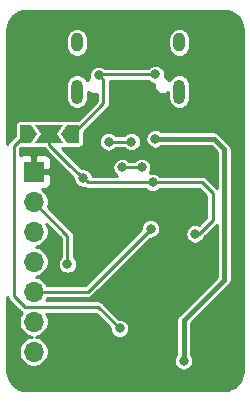
<source format=gbl>
G04 #@! TF.GenerationSoftware,KiCad,Pcbnew,(5.1.5)-3*
G04 #@! TF.CreationDate,2020-06-01T09:33:33-04:00*
G04 #@! TF.ProjectId,OpenUSB2Serial,4f70656e-5553-4423-9253-657269616c2e,rev?*
G04 #@! TF.SameCoordinates,Original*
G04 #@! TF.FileFunction,Copper,L2,Bot*
G04 #@! TF.FilePolarity,Positive*
%FSLAX46Y46*%
G04 Gerber Fmt 4.6, Leading zero omitted, Abs format (unit mm)*
G04 Created by KiCad (PCBNEW (5.1.5)-3) date 2020-06-01 09:33:33*
%MOMM*%
%LPD*%
G04 APERTURE LIST*
%ADD10O,1.700000X1.700000*%
%ADD11R,1.700000X1.700000*%
%ADD12C,0.100000*%
%ADD13O,1.000000X2.100000*%
%ADD14O,1.000000X1.600000*%
%ADD15C,0.800000*%
%ADD16C,0.250000*%
%ADD17C,0.400000*%
%ADD18C,0.254000*%
G04 APERTURE END LIST*
D10*
X103632000Y-94742000D03*
X103632000Y-92202000D03*
X103632000Y-89662000D03*
X103632000Y-87122000D03*
X103632000Y-84582000D03*
X103632000Y-82042000D03*
D11*
X103632000Y-79502000D03*
G04 #@! TA.AperFunction,SMDPad,CuDef*
D12*
G36*
X105950000Y-76300000D02*
G01*
X106450000Y-75550000D01*
X107450000Y-75550000D01*
X107450000Y-77050000D01*
X106450000Y-77050000D01*
X105950000Y-76300000D01*
G37*
G04 #@! TD.AperFunction*
G04 #@! TA.AperFunction,Conductor*
G36*
X105650000Y-76300000D02*
G01*
X106150000Y-77050000D01*
X103750000Y-77050000D01*
X104250000Y-76300000D01*
X103750000Y-75550000D01*
X106150000Y-75550000D01*
X105650000Y-76300000D01*
G37*
G04 #@! TD.AperFunction*
G04 #@! TA.AperFunction,SMDPad,CuDef*
G36*
X103950000Y-76300000D02*
G01*
X103450000Y-77050000D01*
X102450000Y-77050000D01*
X102450000Y-75550000D01*
X103450000Y-75550000D01*
X103950000Y-76300000D01*
G37*
G04 #@! TD.AperFunction*
D13*
X107326000Y-72726000D03*
X115966000Y-72726000D03*
D14*
X115966000Y-68546000D03*
X107326000Y-68546000D03*
D15*
X104700000Y-88350000D03*
X110908500Y-92758500D03*
X113919000Y-71247000D03*
X113919000Y-76708000D03*
X116332000Y-95504000D03*
X109135153Y-71349273D03*
X113538000Y-84328000D03*
X106491000Y-87311000D03*
X112776000Y-79121000D03*
X111125000Y-79121000D03*
X109982000Y-76962000D03*
X111896000Y-76953000D03*
X113700000Y-80400000D03*
X117300000Y-84750000D03*
X107818852Y-80031148D03*
D16*
X102900000Y-90950000D02*
X109100000Y-90950000D01*
X101950000Y-90000000D02*
X102900000Y-90950000D01*
X101950000Y-77300000D02*
X101950000Y-90000000D01*
X109100000Y-90950000D02*
X110908500Y-92758500D01*
X102950000Y-76300000D02*
X101950000Y-77300000D01*
X109535152Y-71749272D02*
X109135153Y-71349273D01*
X113919000Y-71247000D02*
X109237426Y-71247000D01*
X106950000Y-76300000D02*
X109535152Y-73714848D01*
X109535152Y-73714848D02*
X109535152Y-71749272D01*
X109237426Y-71247000D02*
X109135153Y-71349273D01*
D17*
X116332000Y-92075000D02*
X116332000Y-95504000D01*
X119761000Y-88646000D02*
X116332000Y-92075000D01*
X119761000Y-77597000D02*
X119761000Y-88646000D01*
X113919000Y-76708000D02*
X118872000Y-76708000D01*
X118872000Y-76708000D02*
X119761000Y-77597000D01*
D16*
X113538000Y-84328000D02*
X108204000Y-89662000D01*
X108204000Y-89662000D02*
X103632000Y-89662000D01*
X106491000Y-84901000D02*
X103632000Y-82042000D01*
X106491000Y-87311000D02*
X106491000Y-84901000D01*
X112776000Y-79121000D02*
X111125000Y-79121000D01*
X109991000Y-76953000D02*
X109982000Y-76962000D01*
X111896000Y-76953000D02*
X109991000Y-76953000D01*
X108200000Y-80400000D02*
X113700000Y-80400000D01*
X113700000Y-80400000D02*
X117900000Y-80400000D01*
X117900000Y-80400000D02*
X118800000Y-81300000D01*
X118800000Y-81300000D02*
X118800000Y-83550000D01*
X117600000Y-84750000D02*
X117300000Y-84750000D01*
X118800000Y-83550000D02*
X117600000Y-84750000D01*
X104950000Y-77200000D02*
X106650000Y-78900000D01*
X104950000Y-76300000D02*
X104950000Y-77200000D01*
X106650000Y-78900000D02*
X108200000Y-80400000D01*
D18*
G36*
X120067468Y-65889217D02*
G01*
X120362269Y-65978222D01*
X120634160Y-66122790D01*
X120872796Y-66317417D01*
X121069080Y-66554684D01*
X121215546Y-66825566D01*
X121306606Y-67119733D01*
X121341000Y-67446978D01*
X121341001Y-96370881D01*
X121308783Y-96699468D01*
X121219778Y-96994269D01*
X121075211Y-97266158D01*
X120880585Y-97504793D01*
X120643315Y-97701080D01*
X120372433Y-97847546D01*
X120078267Y-97938606D01*
X119751022Y-97973000D01*
X103019109Y-97973000D01*
X102690532Y-97940783D01*
X102395731Y-97851778D01*
X102123842Y-97707211D01*
X101885207Y-97512585D01*
X101688920Y-97275315D01*
X101542454Y-97004433D01*
X101451394Y-96710267D01*
X101417000Y-96383022D01*
X101417000Y-90144509D01*
X101437552Y-90212262D01*
X101488809Y-90308157D01*
X101488810Y-90308158D01*
X101557790Y-90392211D01*
X101578852Y-90409496D01*
X102490504Y-91321149D01*
X102507789Y-91342211D01*
X102591842Y-91411191D01*
X102615955Y-91424080D01*
X102500337Y-91597114D01*
X102404074Y-91829513D01*
X102355000Y-92076226D01*
X102355000Y-92327774D01*
X102404074Y-92574487D01*
X102500337Y-92806886D01*
X102640089Y-93016040D01*
X102817960Y-93193911D01*
X103027114Y-93333663D01*
X103259513Y-93429926D01*
X103471034Y-93472000D01*
X103259513Y-93514074D01*
X103027114Y-93610337D01*
X102817960Y-93750089D01*
X102640089Y-93927960D01*
X102500337Y-94137114D01*
X102404074Y-94369513D01*
X102355000Y-94616226D01*
X102355000Y-94867774D01*
X102404074Y-95114487D01*
X102500337Y-95346886D01*
X102640089Y-95556040D01*
X102817960Y-95733911D01*
X103027114Y-95873663D01*
X103259513Y-95969926D01*
X103506226Y-96019000D01*
X103757774Y-96019000D01*
X104004487Y-95969926D01*
X104236886Y-95873663D01*
X104446040Y-95733911D01*
X104623911Y-95556040D01*
X104763663Y-95346886D01*
X104859926Y-95114487D01*
X104909000Y-94867774D01*
X104909000Y-94616226D01*
X104859926Y-94369513D01*
X104763663Y-94137114D01*
X104623911Y-93927960D01*
X104446040Y-93750089D01*
X104236886Y-93610337D01*
X104004487Y-93514074D01*
X103792966Y-93472000D01*
X104004487Y-93429926D01*
X104236886Y-93333663D01*
X104446040Y-93193911D01*
X104623911Y-93016040D01*
X104763663Y-92806886D01*
X104859926Y-92574487D01*
X104909000Y-92327774D01*
X104909000Y-92076226D01*
X104859926Y-91829513D01*
X104763663Y-91597114D01*
X104700110Y-91502000D01*
X108871356Y-91502000D01*
X110081500Y-92712146D01*
X110081500Y-92839952D01*
X110113282Y-92999727D01*
X110175623Y-93150231D01*
X110266128Y-93285681D01*
X110381319Y-93400872D01*
X110516769Y-93491377D01*
X110667273Y-93553718D01*
X110827048Y-93585500D01*
X110989952Y-93585500D01*
X111149727Y-93553718D01*
X111300231Y-93491377D01*
X111435681Y-93400872D01*
X111550872Y-93285681D01*
X111641377Y-93150231D01*
X111703718Y-92999727D01*
X111735500Y-92839952D01*
X111735500Y-92677048D01*
X111703718Y-92517273D01*
X111641377Y-92366769D01*
X111550872Y-92231319D01*
X111435681Y-92116128D01*
X111300231Y-92025623D01*
X111149727Y-91963282D01*
X110989952Y-91931500D01*
X110862146Y-91931500D01*
X109509500Y-90578856D01*
X109492211Y-90557789D01*
X109408158Y-90488809D01*
X109312263Y-90437552D01*
X109208211Y-90405988D01*
X109127109Y-90398000D01*
X109127106Y-90398000D01*
X109100000Y-90395330D01*
X109072894Y-90398000D01*
X104676056Y-90398000D01*
X104763663Y-90266886D01*
X104785569Y-90214000D01*
X108176894Y-90214000D01*
X108204000Y-90216670D01*
X108231106Y-90214000D01*
X108231109Y-90214000D01*
X108312211Y-90206012D01*
X108416263Y-90174448D01*
X108512158Y-90123191D01*
X108596211Y-90054211D01*
X108613501Y-90033143D01*
X113491646Y-85155000D01*
X113619452Y-85155000D01*
X113779227Y-85123218D01*
X113929731Y-85060877D01*
X114065181Y-84970372D01*
X114180372Y-84855181D01*
X114270877Y-84719731D01*
X114333218Y-84569227D01*
X114365000Y-84409452D01*
X114365000Y-84246548D01*
X114333218Y-84086773D01*
X114270877Y-83936269D01*
X114180372Y-83800819D01*
X114065181Y-83685628D01*
X113929731Y-83595123D01*
X113779227Y-83532782D01*
X113619452Y-83501000D01*
X113456548Y-83501000D01*
X113296773Y-83532782D01*
X113146269Y-83595123D01*
X113010819Y-83685628D01*
X112895628Y-83800819D01*
X112805123Y-83936269D01*
X112742782Y-84086773D01*
X112711000Y-84246548D01*
X112711000Y-84374354D01*
X107975356Y-89110000D01*
X104785569Y-89110000D01*
X104763663Y-89057114D01*
X104623911Y-88847960D01*
X104446040Y-88670089D01*
X104236886Y-88530337D01*
X104004487Y-88434074D01*
X103792966Y-88392000D01*
X104004487Y-88349926D01*
X104236886Y-88253663D01*
X104446040Y-88113911D01*
X104623911Y-87936040D01*
X104763663Y-87726886D01*
X104859926Y-87494487D01*
X104909000Y-87247774D01*
X104909000Y-86996226D01*
X104859926Y-86749513D01*
X104763663Y-86517114D01*
X104623911Y-86307960D01*
X104446040Y-86130089D01*
X104236886Y-85990337D01*
X104004487Y-85894074D01*
X103792966Y-85852000D01*
X104004487Y-85809926D01*
X104236886Y-85713663D01*
X104446040Y-85573911D01*
X104623911Y-85396040D01*
X104763663Y-85186886D01*
X104859926Y-84954487D01*
X104909000Y-84707774D01*
X104909000Y-84456226D01*
X104859926Y-84209513D01*
X104763663Y-83977114D01*
X104717740Y-83908385D01*
X105939001Y-85129647D01*
X105939000Y-86693447D01*
X105848628Y-86783819D01*
X105758123Y-86919269D01*
X105695782Y-87069773D01*
X105664000Y-87229548D01*
X105664000Y-87392452D01*
X105695782Y-87552227D01*
X105758123Y-87702731D01*
X105848628Y-87838181D01*
X105963819Y-87953372D01*
X106099269Y-88043877D01*
X106249773Y-88106218D01*
X106409548Y-88138000D01*
X106572452Y-88138000D01*
X106732227Y-88106218D01*
X106882731Y-88043877D01*
X107018181Y-87953372D01*
X107133372Y-87838181D01*
X107223877Y-87702731D01*
X107286218Y-87552227D01*
X107318000Y-87392452D01*
X107318000Y-87229548D01*
X107286218Y-87069773D01*
X107223877Y-86919269D01*
X107133372Y-86783819D01*
X107043000Y-86693447D01*
X107043000Y-84928108D01*
X107045670Y-84901000D01*
X107041456Y-84858210D01*
X107035012Y-84792789D01*
X107003448Y-84688737D01*
X106952191Y-84592842D01*
X106883211Y-84508789D01*
X106862154Y-84491508D01*
X104838019Y-82467375D01*
X104859926Y-82414487D01*
X104909000Y-82167774D01*
X104909000Y-81916226D01*
X104859926Y-81669513D01*
X104763663Y-81437114D01*
X104623911Y-81227960D01*
X104446040Y-81050089D01*
X104355185Y-80989382D01*
X104482000Y-80990072D01*
X104606482Y-80977812D01*
X104726180Y-80941502D01*
X104836494Y-80882537D01*
X104933185Y-80803185D01*
X105012537Y-80706494D01*
X105071502Y-80596180D01*
X105107812Y-80476482D01*
X105120072Y-80352000D01*
X105117000Y-79787750D01*
X104958250Y-79629000D01*
X103759000Y-79629000D01*
X103759000Y-79649000D01*
X103505000Y-79649000D01*
X103505000Y-79629000D01*
X103485000Y-79629000D01*
X103485000Y-79375000D01*
X103505000Y-79375000D01*
X103505000Y-78175750D01*
X103759000Y-78175750D01*
X103759000Y-79375000D01*
X104958250Y-79375000D01*
X105117000Y-79216250D01*
X105120072Y-78652000D01*
X105107812Y-78527518D01*
X105071502Y-78407820D01*
X105012537Y-78297506D01*
X104933185Y-78200815D01*
X104836494Y-78121463D01*
X104726180Y-78062498D01*
X104606482Y-78026188D01*
X104482000Y-78013928D01*
X103917750Y-78017000D01*
X103759000Y-78175750D01*
X103505000Y-78175750D01*
X103346250Y-78017000D01*
X102782000Y-78013928D01*
X102657518Y-78026188D01*
X102537820Y-78062498D01*
X102502000Y-78081644D01*
X102502000Y-77528644D01*
X102551578Y-77479066D01*
X103450000Y-77479066D01*
X103534147Y-77470734D01*
X103599952Y-77450697D01*
X103666293Y-77470822D01*
X103750000Y-77479066D01*
X104473260Y-77479066D01*
X104487122Y-77505000D01*
X104488810Y-77508158D01*
X104557790Y-77592211D01*
X104578852Y-77609496D01*
X106243718Y-79274364D01*
X106246647Y-79277816D01*
X106262861Y-79293507D01*
X106278845Y-79309491D01*
X106282351Y-79312368D01*
X106991852Y-79998982D01*
X106991852Y-80112600D01*
X107023634Y-80272375D01*
X107085975Y-80422879D01*
X107176480Y-80558329D01*
X107291671Y-80673520D01*
X107427121Y-80764025D01*
X107577625Y-80826366D01*
X107737400Y-80858148D01*
X107888134Y-80858148D01*
X107891842Y-80861191D01*
X107895865Y-80863342D01*
X107899442Y-80866180D01*
X107943792Y-80888959D01*
X107987737Y-80912448D01*
X107992104Y-80913773D01*
X107996164Y-80915858D01*
X108044078Y-80929539D01*
X108091789Y-80944012D01*
X108096334Y-80944460D01*
X108100720Y-80945712D01*
X108150364Y-80949781D01*
X108172891Y-80952000D01*
X108177432Y-80952000D01*
X108209091Y-80954595D01*
X108231641Y-80952000D01*
X113082447Y-80952000D01*
X113172819Y-81042372D01*
X113308269Y-81132877D01*
X113458773Y-81195218D01*
X113618548Y-81227000D01*
X113781452Y-81227000D01*
X113941227Y-81195218D01*
X114091731Y-81132877D01*
X114227181Y-81042372D01*
X114317553Y-80952000D01*
X117671356Y-80952000D01*
X118248000Y-81528646D01*
X118248001Y-83321353D01*
X117593091Y-83976265D01*
X117541227Y-83954782D01*
X117381452Y-83923000D01*
X117218548Y-83923000D01*
X117058773Y-83954782D01*
X116908269Y-84017123D01*
X116772819Y-84107628D01*
X116657628Y-84222819D01*
X116567123Y-84358269D01*
X116504782Y-84508773D01*
X116473000Y-84668548D01*
X116473000Y-84831452D01*
X116504782Y-84991227D01*
X116567123Y-85141731D01*
X116657628Y-85277181D01*
X116772819Y-85392372D01*
X116908269Y-85482877D01*
X117058773Y-85545218D01*
X117218548Y-85577000D01*
X117381452Y-85577000D01*
X117541227Y-85545218D01*
X117691731Y-85482877D01*
X117827181Y-85392372D01*
X117942372Y-85277181D01*
X118032877Y-85141731D01*
X118063964Y-85066680D01*
X119134001Y-83996645D01*
X119134001Y-88386287D01*
X115910427Y-91609862D01*
X115886499Y-91629499D01*
X115808147Y-91724973D01*
X115749925Y-91833898D01*
X115720318Y-91931500D01*
X115714073Y-91952088D01*
X115701967Y-92075000D01*
X115705000Y-92105794D01*
X115705001Y-94961446D01*
X115689628Y-94976819D01*
X115599123Y-95112269D01*
X115536782Y-95262773D01*
X115505000Y-95422548D01*
X115505000Y-95585452D01*
X115536782Y-95745227D01*
X115599123Y-95895731D01*
X115689628Y-96031181D01*
X115804819Y-96146372D01*
X115940269Y-96236877D01*
X116090773Y-96299218D01*
X116250548Y-96331000D01*
X116413452Y-96331000D01*
X116573227Y-96299218D01*
X116723731Y-96236877D01*
X116859181Y-96146372D01*
X116974372Y-96031181D01*
X117064877Y-95895731D01*
X117127218Y-95745227D01*
X117159000Y-95585452D01*
X117159000Y-95422548D01*
X117127218Y-95262773D01*
X117064877Y-95112269D01*
X116974372Y-94976819D01*
X116959000Y-94961447D01*
X116959000Y-92334711D01*
X120182578Y-89111134D01*
X120206501Y-89091501D01*
X120284853Y-88996028D01*
X120343075Y-88887103D01*
X120378927Y-88768913D01*
X120388000Y-88676794D01*
X120388000Y-88676793D01*
X120391033Y-88646001D01*
X120388000Y-88615209D01*
X120388000Y-77627794D01*
X120391033Y-77597000D01*
X120378927Y-77474087D01*
X120360173Y-77412262D01*
X120343075Y-77355897D01*
X120284853Y-77246972D01*
X120206501Y-77151499D01*
X120182579Y-77131867D01*
X119337138Y-76286427D01*
X119317501Y-76262499D01*
X119222028Y-76184147D01*
X119113103Y-76125925D01*
X118994913Y-76090073D01*
X118902794Y-76081000D01*
X118872000Y-76077967D01*
X118841206Y-76081000D01*
X114461553Y-76081000D01*
X114446181Y-76065628D01*
X114310731Y-75975123D01*
X114160227Y-75912782D01*
X114000452Y-75881000D01*
X113837548Y-75881000D01*
X113677773Y-75912782D01*
X113527269Y-75975123D01*
X113391819Y-76065628D01*
X113276628Y-76180819D01*
X113186123Y-76316269D01*
X113123782Y-76466773D01*
X113092000Y-76626548D01*
X113092000Y-76789452D01*
X113123782Y-76949227D01*
X113186123Y-77099731D01*
X113276628Y-77235181D01*
X113391819Y-77350372D01*
X113527269Y-77440877D01*
X113677773Y-77503218D01*
X113837548Y-77535000D01*
X114000452Y-77535000D01*
X114160227Y-77503218D01*
X114310731Y-77440877D01*
X114446181Y-77350372D01*
X114461553Y-77335000D01*
X118612289Y-77335000D01*
X119134000Y-77856712D01*
X119134000Y-80853354D01*
X118309500Y-80028856D01*
X118292211Y-80007789D01*
X118208158Y-79938809D01*
X118112263Y-79887552D01*
X118008211Y-79855988D01*
X117927109Y-79848000D01*
X117927106Y-79848000D01*
X117900000Y-79845330D01*
X117872894Y-79848000D01*
X114317553Y-79848000D01*
X114227181Y-79757628D01*
X114091731Y-79667123D01*
X113941227Y-79604782D01*
X113781452Y-79573000D01*
X113618548Y-79573000D01*
X113458773Y-79604782D01*
X113443007Y-79611313D01*
X113508877Y-79512731D01*
X113571218Y-79362227D01*
X113603000Y-79202452D01*
X113603000Y-79039548D01*
X113571218Y-78879773D01*
X113508877Y-78729269D01*
X113418372Y-78593819D01*
X113303181Y-78478628D01*
X113167731Y-78388123D01*
X113017227Y-78325782D01*
X112857452Y-78294000D01*
X112694548Y-78294000D01*
X112534773Y-78325782D01*
X112384269Y-78388123D01*
X112248819Y-78478628D01*
X112158447Y-78569000D01*
X111742553Y-78569000D01*
X111652181Y-78478628D01*
X111516731Y-78388123D01*
X111366227Y-78325782D01*
X111206452Y-78294000D01*
X111043548Y-78294000D01*
X110883773Y-78325782D01*
X110733269Y-78388123D01*
X110597819Y-78478628D01*
X110482628Y-78593819D01*
X110392123Y-78729269D01*
X110329782Y-78879773D01*
X110298000Y-79039548D01*
X110298000Y-79202452D01*
X110329782Y-79362227D01*
X110392123Y-79512731D01*
X110482628Y-79648181D01*
X110597819Y-79763372D01*
X110724473Y-79848000D01*
X108625623Y-79848000D01*
X108614070Y-79789921D01*
X108551729Y-79639417D01*
X108461224Y-79503967D01*
X108346033Y-79388776D01*
X108210583Y-79298271D01*
X108060079Y-79235930D01*
X107900304Y-79204148D01*
X107758049Y-79204148D01*
X107037145Y-78506499D01*
X106009711Y-77479066D01*
X106150000Y-77479066D01*
X106233266Y-77470909D01*
X106300050Y-77450727D01*
X106366293Y-77470822D01*
X106450000Y-77479066D01*
X107450000Y-77479066D01*
X107533707Y-77470822D01*
X107614196Y-77446405D01*
X107688376Y-77406755D01*
X107753395Y-77353395D01*
X107806755Y-77288376D01*
X107846405Y-77214196D01*
X107870822Y-77133707D01*
X107879066Y-77050000D01*
X107879066Y-76880548D01*
X109155000Y-76880548D01*
X109155000Y-77043452D01*
X109186782Y-77203227D01*
X109249123Y-77353731D01*
X109339628Y-77489181D01*
X109454819Y-77604372D01*
X109590269Y-77694877D01*
X109740773Y-77757218D01*
X109900548Y-77789000D01*
X110063452Y-77789000D01*
X110223227Y-77757218D01*
X110373731Y-77694877D01*
X110509181Y-77604372D01*
X110608553Y-77505000D01*
X111278447Y-77505000D01*
X111368819Y-77595372D01*
X111504269Y-77685877D01*
X111654773Y-77748218D01*
X111814548Y-77780000D01*
X111977452Y-77780000D01*
X112137227Y-77748218D01*
X112287731Y-77685877D01*
X112423181Y-77595372D01*
X112538372Y-77480181D01*
X112628877Y-77344731D01*
X112691218Y-77194227D01*
X112723000Y-77034452D01*
X112723000Y-76871548D01*
X112691218Y-76711773D01*
X112628877Y-76561269D01*
X112538372Y-76425819D01*
X112423181Y-76310628D01*
X112287731Y-76220123D01*
X112137227Y-76157782D01*
X111977452Y-76126000D01*
X111814548Y-76126000D01*
X111654773Y-76157782D01*
X111504269Y-76220123D01*
X111368819Y-76310628D01*
X111278447Y-76401000D01*
X110590553Y-76401000D01*
X110509181Y-76319628D01*
X110373731Y-76229123D01*
X110223227Y-76166782D01*
X110063452Y-76135000D01*
X109900548Y-76135000D01*
X109740773Y-76166782D01*
X109590269Y-76229123D01*
X109454819Y-76319628D01*
X109339628Y-76434819D01*
X109249123Y-76570269D01*
X109186782Y-76720773D01*
X109155000Y-76880548D01*
X107879066Y-76880548D01*
X107879066Y-76151578D01*
X109906301Y-74124344D01*
X109927363Y-74107059D01*
X109996343Y-74023006D01*
X110047600Y-73927111D01*
X110079164Y-73823059D01*
X110087152Y-73741957D01*
X110087152Y-73741955D01*
X110089822Y-73714849D01*
X110087152Y-73687743D01*
X110087152Y-71799000D01*
X113301447Y-71799000D01*
X113391819Y-71889372D01*
X113527269Y-71979877D01*
X113677773Y-72042218D01*
X113795210Y-72065578D01*
X113784000Y-72121934D01*
X113784000Y-72270066D01*
X113812899Y-72415350D01*
X113869586Y-72552206D01*
X113951883Y-72675372D01*
X114056628Y-72780117D01*
X114179794Y-72862414D01*
X114316650Y-72919101D01*
X114461934Y-72948000D01*
X114610066Y-72948000D01*
X114755350Y-72919101D01*
X114892206Y-72862414D01*
X115015372Y-72780117D01*
X115039000Y-72756489D01*
X115039000Y-73321537D01*
X115052413Y-73457723D01*
X115105420Y-73632463D01*
X115191499Y-73793504D01*
X115307341Y-73934659D01*
X115448495Y-74050501D01*
X115609536Y-74136580D01*
X115784276Y-74189587D01*
X115966000Y-74207485D01*
X116147723Y-74189587D01*
X116322463Y-74136580D01*
X116483504Y-74050501D01*
X116624659Y-73934659D01*
X116740501Y-73793505D01*
X116826580Y-73632464D01*
X116879587Y-73457724D01*
X116893000Y-73321538D01*
X116893000Y-72130462D01*
X116879587Y-71994276D01*
X116826580Y-71819536D01*
X116740501Y-71658495D01*
X116624659Y-71517341D01*
X116483505Y-71401499D01*
X116322464Y-71315420D01*
X116147724Y-71262413D01*
X115966000Y-71244515D01*
X115784277Y-71262413D01*
X115609537Y-71315420D01*
X115448496Y-71401499D01*
X115307342Y-71517341D01*
X115191500Y-71658495D01*
X115142512Y-71750144D01*
X115120117Y-71716628D01*
X115015372Y-71611883D01*
X114892206Y-71529586D01*
X114755350Y-71472899D01*
X114718716Y-71465612D01*
X114746000Y-71328452D01*
X114746000Y-71165548D01*
X114714218Y-71005773D01*
X114651877Y-70855269D01*
X114561372Y-70719819D01*
X114446181Y-70604628D01*
X114310731Y-70514123D01*
X114160227Y-70451782D01*
X114000452Y-70420000D01*
X113837548Y-70420000D01*
X113677773Y-70451782D01*
X113527269Y-70514123D01*
X113391819Y-70604628D01*
X113301447Y-70695000D01*
X109644523Y-70695000D01*
X109526884Y-70616396D01*
X109376380Y-70554055D01*
X109216605Y-70522273D01*
X109053701Y-70522273D01*
X108893926Y-70554055D01*
X108743422Y-70616396D01*
X108607972Y-70706901D01*
X108492781Y-70822092D01*
X108402276Y-70957542D01*
X108339935Y-71108046D01*
X108308153Y-71267821D01*
X108308153Y-71430725D01*
X108336262Y-71572037D01*
X108276628Y-71611883D01*
X108171883Y-71716628D01*
X108149489Y-71750144D01*
X108100501Y-71658495D01*
X107984659Y-71517341D01*
X107843505Y-71401499D01*
X107682464Y-71315420D01*
X107507724Y-71262413D01*
X107326000Y-71244515D01*
X107144277Y-71262413D01*
X106969537Y-71315420D01*
X106808496Y-71401499D01*
X106667342Y-71517341D01*
X106551500Y-71658495D01*
X106465421Y-71819536D01*
X106412414Y-71994276D01*
X106399001Y-72130462D01*
X106399000Y-73321537D01*
X106412413Y-73457723D01*
X106465420Y-73632463D01*
X106551499Y-73793504D01*
X106667341Y-73934659D01*
X106808495Y-74050501D01*
X106969536Y-74136580D01*
X107144276Y-74189587D01*
X107326000Y-74207485D01*
X107507723Y-74189587D01*
X107682463Y-74136580D01*
X107843504Y-74050501D01*
X107984659Y-73934659D01*
X108100501Y-73793505D01*
X108186580Y-73632464D01*
X108239587Y-73457724D01*
X108253000Y-73321538D01*
X108253000Y-72756489D01*
X108276628Y-72780117D01*
X108399794Y-72862414D01*
X108536650Y-72919101D01*
X108681934Y-72948000D01*
X108830066Y-72948000D01*
X108975350Y-72919101D01*
X108983152Y-72915869D01*
X108983152Y-73486203D01*
X107348422Y-75120934D01*
X106450000Y-75120934D01*
X106365853Y-75129266D01*
X106300048Y-75149303D01*
X106233707Y-75129178D01*
X106150000Y-75120934D01*
X103750000Y-75120934D01*
X103666734Y-75129091D01*
X103599950Y-75149273D01*
X103533707Y-75129178D01*
X103450000Y-75120934D01*
X102450000Y-75120934D01*
X102366293Y-75129178D01*
X102285804Y-75153595D01*
X102211624Y-75193245D01*
X102146605Y-75246605D01*
X102093245Y-75311624D01*
X102053595Y-75385804D01*
X102029178Y-75466293D01*
X102020934Y-75550000D01*
X102020934Y-76448421D01*
X101578856Y-76890500D01*
X101557789Y-76907789D01*
X101488809Y-76991842D01*
X101437552Y-77087738D01*
X101417000Y-77155488D01*
X101417000Y-68200462D01*
X106399000Y-68200462D01*
X106399000Y-68891537D01*
X106412413Y-69027723D01*
X106465420Y-69202463D01*
X106551499Y-69363504D01*
X106667341Y-69504659D01*
X106808495Y-69620501D01*
X106969536Y-69706580D01*
X107144276Y-69759587D01*
X107326000Y-69777485D01*
X107507723Y-69759587D01*
X107682463Y-69706580D01*
X107843504Y-69620501D01*
X107984659Y-69504659D01*
X108100501Y-69363505D01*
X108186580Y-69202464D01*
X108239587Y-69027724D01*
X108253000Y-68891538D01*
X108253000Y-68200462D01*
X115039000Y-68200462D01*
X115039000Y-68891537D01*
X115052413Y-69027723D01*
X115105420Y-69202463D01*
X115191499Y-69363504D01*
X115307341Y-69504659D01*
X115448495Y-69620501D01*
X115609536Y-69706580D01*
X115784276Y-69759587D01*
X115966000Y-69777485D01*
X116147723Y-69759587D01*
X116322463Y-69706580D01*
X116483504Y-69620501D01*
X116624659Y-69504659D01*
X116740501Y-69363505D01*
X116826580Y-69202464D01*
X116879587Y-69027724D01*
X116893000Y-68891538D01*
X116893000Y-68200462D01*
X116879587Y-68064276D01*
X116826580Y-67889536D01*
X116740501Y-67728495D01*
X116624659Y-67587341D01*
X116483505Y-67471499D01*
X116322464Y-67385420D01*
X116147724Y-67332413D01*
X115966000Y-67314515D01*
X115784277Y-67332413D01*
X115609537Y-67385420D01*
X115448496Y-67471499D01*
X115307342Y-67587341D01*
X115191500Y-67728495D01*
X115105421Y-67889536D01*
X115052413Y-68064276D01*
X115039000Y-68200462D01*
X108253000Y-68200462D01*
X108239587Y-68064276D01*
X108186580Y-67889536D01*
X108100501Y-67728495D01*
X107984659Y-67587341D01*
X107843505Y-67471499D01*
X107682464Y-67385420D01*
X107507724Y-67332413D01*
X107326000Y-67314515D01*
X107144277Y-67332413D01*
X106969537Y-67385420D01*
X106808496Y-67471499D01*
X106667342Y-67587341D01*
X106551500Y-67728495D01*
X106465421Y-67889536D01*
X106412413Y-68064276D01*
X106399000Y-68200462D01*
X101417000Y-68200462D01*
X101417000Y-67459108D01*
X101449217Y-67130532D01*
X101538222Y-66835731D01*
X101682790Y-66563840D01*
X101877417Y-66325204D01*
X102114684Y-66128920D01*
X102385566Y-65982454D01*
X102679733Y-65891394D01*
X103006978Y-65857000D01*
X119738892Y-65857000D01*
X120067468Y-65889217D01*
G37*
X120067468Y-65889217D02*
X120362269Y-65978222D01*
X120634160Y-66122790D01*
X120872796Y-66317417D01*
X121069080Y-66554684D01*
X121215546Y-66825566D01*
X121306606Y-67119733D01*
X121341000Y-67446978D01*
X121341001Y-96370881D01*
X121308783Y-96699468D01*
X121219778Y-96994269D01*
X121075211Y-97266158D01*
X120880585Y-97504793D01*
X120643315Y-97701080D01*
X120372433Y-97847546D01*
X120078267Y-97938606D01*
X119751022Y-97973000D01*
X103019109Y-97973000D01*
X102690532Y-97940783D01*
X102395731Y-97851778D01*
X102123842Y-97707211D01*
X101885207Y-97512585D01*
X101688920Y-97275315D01*
X101542454Y-97004433D01*
X101451394Y-96710267D01*
X101417000Y-96383022D01*
X101417000Y-90144509D01*
X101437552Y-90212262D01*
X101488809Y-90308157D01*
X101488810Y-90308158D01*
X101557790Y-90392211D01*
X101578852Y-90409496D01*
X102490504Y-91321149D01*
X102507789Y-91342211D01*
X102591842Y-91411191D01*
X102615955Y-91424080D01*
X102500337Y-91597114D01*
X102404074Y-91829513D01*
X102355000Y-92076226D01*
X102355000Y-92327774D01*
X102404074Y-92574487D01*
X102500337Y-92806886D01*
X102640089Y-93016040D01*
X102817960Y-93193911D01*
X103027114Y-93333663D01*
X103259513Y-93429926D01*
X103471034Y-93472000D01*
X103259513Y-93514074D01*
X103027114Y-93610337D01*
X102817960Y-93750089D01*
X102640089Y-93927960D01*
X102500337Y-94137114D01*
X102404074Y-94369513D01*
X102355000Y-94616226D01*
X102355000Y-94867774D01*
X102404074Y-95114487D01*
X102500337Y-95346886D01*
X102640089Y-95556040D01*
X102817960Y-95733911D01*
X103027114Y-95873663D01*
X103259513Y-95969926D01*
X103506226Y-96019000D01*
X103757774Y-96019000D01*
X104004487Y-95969926D01*
X104236886Y-95873663D01*
X104446040Y-95733911D01*
X104623911Y-95556040D01*
X104763663Y-95346886D01*
X104859926Y-95114487D01*
X104909000Y-94867774D01*
X104909000Y-94616226D01*
X104859926Y-94369513D01*
X104763663Y-94137114D01*
X104623911Y-93927960D01*
X104446040Y-93750089D01*
X104236886Y-93610337D01*
X104004487Y-93514074D01*
X103792966Y-93472000D01*
X104004487Y-93429926D01*
X104236886Y-93333663D01*
X104446040Y-93193911D01*
X104623911Y-93016040D01*
X104763663Y-92806886D01*
X104859926Y-92574487D01*
X104909000Y-92327774D01*
X104909000Y-92076226D01*
X104859926Y-91829513D01*
X104763663Y-91597114D01*
X104700110Y-91502000D01*
X108871356Y-91502000D01*
X110081500Y-92712146D01*
X110081500Y-92839952D01*
X110113282Y-92999727D01*
X110175623Y-93150231D01*
X110266128Y-93285681D01*
X110381319Y-93400872D01*
X110516769Y-93491377D01*
X110667273Y-93553718D01*
X110827048Y-93585500D01*
X110989952Y-93585500D01*
X111149727Y-93553718D01*
X111300231Y-93491377D01*
X111435681Y-93400872D01*
X111550872Y-93285681D01*
X111641377Y-93150231D01*
X111703718Y-92999727D01*
X111735500Y-92839952D01*
X111735500Y-92677048D01*
X111703718Y-92517273D01*
X111641377Y-92366769D01*
X111550872Y-92231319D01*
X111435681Y-92116128D01*
X111300231Y-92025623D01*
X111149727Y-91963282D01*
X110989952Y-91931500D01*
X110862146Y-91931500D01*
X109509500Y-90578856D01*
X109492211Y-90557789D01*
X109408158Y-90488809D01*
X109312263Y-90437552D01*
X109208211Y-90405988D01*
X109127109Y-90398000D01*
X109127106Y-90398000D01*
X109100000Y-90395330D01*
X109072894Y-90398000D01*
X104676056Y-90398000D01*
X104763663Y-90266886D01*
X104785569Y-90214000D01*
X108176894Y-90214000D01*
X108204000Y-90216670D01*
X108231106Y-90214000D01*
X108231109Y-90214000D01*
X108312211Y-90206012D01*
X108416263Y-90174448D01*
X108512158Y-90123191D01*
X108596211Y-90054211D01*
X108613501Y-90033143D01*
X113491646Y-85155000D01*
X113619452Y-85155000D01*
X113779227Y-85123218D01*
X113929731Y-85060877D01*
X114065181Y-84970372D01*
X114180372Y-84855181D01*
X114270877Y-84719731D01*
X114333218Y-84569227D01*
X114365000Y-84409452D01*
X114365000Y-84246548D01*
X114333218Y-84086773D01*
X114270877Y-83936269D01*
X114180372Y-83800819D01*
X114065181Y-83685628D01*
X113929731Y-83595123D01*
X113779227Y-83532782D01*
X113619452Y-83501000D01*
X113456548Y-83501000D01*
X113296773Y-83532782D01*
X113146269Y-83595123D01*
X113010819Y-83685628D01*
X112895628Y-83800819D01*
X112805123Y-83936269D01*
X112742782Y-84086773D01*
X112711000Y-84246548D01*
X112711000Y-84374354D01*
X107975356Y-89110000D01*
X104785569Y-89110000D01*
X104763663Y-89057114D01*
X104623911Y-88847960D01*
X104446040Y-88670089D01*
X104236886Y-88530337D01*
X104004487Y-88434074D01*
X103792966Y-88392000D01*
X104004487Y-88349926D01*
X104236886Y-88253663D01*
X104446040Y-88113911D01*
X104623911Y-87936040D01*
X104763663Y-87726886D01*
X104859926Y-87494487D01*
X104909000Y-87247774D01*
X104909000Y-86996226D01*
X104859926Y-86749513D01*
X104763663Y-86517114D01*
X104623911Y-86307960D01*
X104446040Y-86130089D01*
X104236886Y-85990337D01*
X104004487Y-85894074D01*
X103792966Y-85852000D01*
X104004487Y-85809926D01*
X104236886Y-85713663D01*
X104446040Y-85573911D01*
X104623911Y-85396040D01*
X104763663Y-85186886D01*
X104859926Y-84954487D01*
X104909000Y-84707774D01*
X104909000Y-84456226D01*
X104859926Y-84209513D01*
X104763663Y-83977114D01*
X104717740Y-83908385D01*
X105939001Y-85129647D01*
X105939000Y-86693447D01*
X105848628Y-86783819D01*
X105758123Y-86919269D01*
X105695782Y-87069773D01*
X105664000Y-87229548D01*
X105664000Y-87392452D01*
X105695782Y-87552227D01*
X105758123Y-87702731D01*
X105848628Y-87838181D01*
X105963819Y-87953372D01*
X106099269Y-88043877D01*
X106249773Y-88106218D01*
X106409548Y-88138000D01*
X106572452Y-88138000D01*
X106732227Y-88106218D01*
X106882731Y-88043877D01*
X107018181Y-87953372D01*
X107133372Y-87838181D01*
X107223877Y-87702731D01*
X107286218Y-87552227D01*
X107318000Y-87392452D01*
X107318000Y-87229548D01*
X107286218Y-87069773D01*
X107223877Y-86919269D01*
X107133372Y-86783819D01*
X107043000Y-86693447D01*
X107043000Y-84928108D01*
X107045670Y-84901000D01*
X107041456Y-84858210D01*
X107035012Y-84792789D01*
X107003448Y-84688737D01*
X106952191Y-84592842D01*
X106883211Y-84508789D01*
X106862154Y-84491508D01*
X104838019Y-82467375D01*
X104859926Y-82414487D01*
X104909000Y-82167774D01*
X104909000Y-81916226D01*
X104859926Y-81669513D01*
X104763663Y-81437114D01*
X104623911Y-81227960D01*
X104446040Y-81050089D01*
X104355185Y-80989382D01*
X104482000Y-80990072D01*
X104606482Y-80977812D01*
X104726180Y-80941502D01*
X104836494Y-80882537D01*
X104933185Y-80803185D01*
X105012537Y-80706494D01*
X105071502Y-80596180D01*
X105107812Y-80476482D01*
X105120072Y-80352000D01*
X105117000Y-79787750D01*
X104958250Y-79629000D01*
X103759000Y-79629000D01*
X103759000Y-79649000D01*
X103505000Y-79649000D01*
X103505000Y-79629000D01*
X103485000Y-79629000D01*
X103485000Y-79375000D01*
X103505000Y-79375000D01*
X103505000Y-78175750D01*
X103759000Y-78175750D01*
X103759000Y-79375000D01*
X104958250Y-79375000D01*
X105117000Y-79216250D01*
X105120072Y-78652000D01*
X105107812Y-78527518D01*
X105071502Y-78407820D01*
X105012537Y-78297506D01*
X104933185Y-78200815D01*
X104836494Y-78121463D01*
X104726180Y-78062498D01*
X104606482Y-78026188D01*
X104482000Y-78013928D01*
X103917750Y-78017000D01*
X103759000Y-78175750D01*
X103505000Y-78175750D01*
X103346250Y-78017000D01*
X102782000Y-78013928D01*
X102657518Y-78026188D01*
X102537820Y-78062498D01*
X102502000Y-78081644D01*
X102502000Y-77528644D01*
X102551578Y-77479066D01*
X103450000Y-77479066D01*
X103534147Y-77470734D01*
X103599952Y-77450697D01*
X103666293Y-77470822D01*
X103750000Y-77479066D01*
X104473260Y-77479066D01*
X104487122Y-77505000D01*
X104488810Y-77508158D01*
X104557790Y-77592211D01*
X104578852Y-77609496D01*
X106243718Y-79274364D01*
X106246647Y-79277816D01*
X106262861Y-79293507D01*
X106278845Y-79309491D01*
X106282351Y-79312368D01*
X106991852Y-79998982D01*
X106991852Y-80112600D01*
X107023634Y-80272375D01*
X107085975Y-80422879D01*
X107176480Y-80558329D01*
X107291671Y-80673520D01*
X107427121Y-80764025D01*
X107577625Y-80826366D01*
X107737400Y-80858148D01*
X107888134Y-80858148D01*
X107891842Y-80861191D01*
X107895865Y-80863342D01*
X107899442Y-80866180D01*
X107943792Y-80888959D01*
X107987737Y-80912448D01*
X107992104Y-80913773D01*
X107996164Y-80915858D01*
X108044078Y-80929539D01*
X108091789Y-80944012D01*
X108096334Y-80944460D01*
X108100720Y-80945712D01*
X108150364Y-80949781D01*
X108172891Y-80952000D01*
X108177432Y-80952000D01*
X108209091Y-80954595D01*
X108231641Y-80952000D01*
X113082447Y-80952000D01*
X113172819Y-81042372D01*
X113308269Y-81132877D01*
X113458773Y-81195218D01*
X113618548Y-81227000D01*
X113781452Y-81227000D01*
X113941227Y-81195218D01*
X114091731Y-81132877D01*
X114227181Y-81042372D01*
X114317553Y-80952000D01*
X117671356Y-80952000D01*
X118248000Y-81528646D01*
X118248001Y-83321353D01*
X117593091Y-83976265D01*
X117541227Y-83954782D01*
X117381452Y-83923000D01*
X117218548Y-83923000D01*
X117058773Y-83954782D01*
X116908269Y-84017123D01*
X116772819Y-84107628D01*
X116657628Y-84222819D01*
X116567123Y-84358269D01*
X116504782Y-84508773D01*
X116473000Y-84668548D01*
X116473000Y-84831452D01*
X116504782Y-84991227D01*
X116567123Y-85141731D01*
X116657628Y-85277181D01*
X116772819Y-85392372D01*
X116908269Y-85482877D01*
X117058773Y-85545218D01*
X117218548Y-85577000D01*
X117381452Y-85577000D01*
X117541227Y-85545218D01*
X117691731Y-85482877D01*
X117827181Y-85392372D01*
X117942372Y-85277181D01*
X118032877Y-85141731D01*
X118063964Y-85066680D01*
X119134001Y-83996645D01*
X119134001Y-88386287D01*
X115910427Y-91609862D01*
X115886499Y-91629499D01*
X115808147Y-91724973D01*
X115749925Y-91833898D01*
X115720318Y-91931500D01*
X115714073Y-91952088D01*
X115701967Y-92075000D01*
X115705000Y-92105794D01*
X115705001Y-94961446D01*
X115689628Y-94976819D01*
X115599123Y-95112269D01*
X115536782Y-95262773D01*
X115505000Y-95422548D01*
X115505000Y-95585452D01*
X115536782Y-95745227D01*
X115599123Y-95895731D01*
X115689628Y-96031181D01*
X115804819Y-96146372D01*
X115940269Y-96236877D01*
X116090773Y-96299218D01*
X116250548Y-96331000D01*
X116413452Y-96331000D01*
X116573227Y-96299218D01*
X116723731Y-96236877D01*
X116859181Y-96146372D01*
X116974372Y-96031181D01*
X117064877Y-95895731D01*
X117127218Y-95745227D01*
X117159000Y-95585452D01*
X117159000Y-95422548D01*
X117127218Y-95262773D01*
X117064877Y-95112269D01*
X116974372Y-94976819D01*
X116959000Y-94961447D01*
X116959000Y-92334711D01*
X120182578Y-89111134D01*
X120206501Y-89091501D01*
X120284853Y-88996028D01*
X120343075Y-88887103D01*
X120378927Y-88768913D01*
X120388000Y-88676794D01*
X120388000Y-88676793D01*
X120391033Y-88646001D01*
X120388000Y-88615209D01*
X120388000Y-77627794D01*
X120391033Y-77597000D01*
X120378927Y-77474087D01*
X120360173Y-77412262D01*
X120343075Y-77355897D01*
X120284853Y-77246972D01*
X120206501Y-77151499D01*
X120182579Y-77131867D01*
X119337138Y-76286427D01*
X119317501Y-76262499D01*
X119222028Y-76184147D01*
X119113103Y-76125925D01*
X118994913Y-76090073D01*
X118902794Y-76081000D01*
X118872000Y-76077967D01*
X118841206Y-76081000D01*
X114461553Y-76081000D01*
X114446181Y-76065628D01*
X114310731Y-75975123D01*
X114160227Y-75912782D01*
X114000452Y-75881000D01*
X113837548Y-75881000D01*
X113677773Y-75912782D01*
X113527269Y-75975123D01*
X113391819Y-76065628D01*
X113276628Y-76180819D01*
X113186123Y-76316269D01*
X113123782Y-76466773D01*
X113092000Y-76626548D01*
X113092000Y-76789452D01*
X113123782Y-76949227D01*
X113186123Y-77099731D01*
X113276628Y-77235181D01*
X113391819Y-77350372D01*
X113527269Y-77440877D01*
X113677773Y-77503218D01*
X113837548Y-77535000D01*
X114000452Y-77535000D01*
X114160227Y-77503218D01*
X114310731Y-77440877D01*
X114446181Y-77350372D01*
X114461553Y-77335000D01*
X118612289Y-77335000D01*
X119134000Y-77856712D01*
X119134000Y-80853354D01*
X118309500Y-80028856D01*
X118292211Y-80007789D01*
X118208158Y-79938809D01*
X118112263Y-79887552D01*
X118008211Y-79855988D01*
X117927109Y-79848000D01*
X117927106Y-79848000D01*
X117900000Y-79845330D01*
X117872894Y-79848000D01*
X114317553Y-79848000D01*
X114227181Y-79757628D01*
X114091731Y-79667123D01*
X113941227Y-79604782D01*
X113781452Y-79573000D01*
X113618548Y-79573000D01*
X113458773Y-79604782D01*
X113443007Y-79611313D01*
X113508877Y-79512731D01*
X113571218Y-79362227D01*
X113603000Y-79202452D01*
X113603000Y-79039548D01*
X113571218Y-78879773D01*
X113508877Y-78729269D01*
X113418372Y-78593819D01*
X113303181Y-78478628D01*
X113167731Y-78388123D01*
X113017227Y-78325782D01*
X112857452Y-78294000D01*
X112694548Y-78294000D01*
X112534773Y-78325782D01*
X112384269Y-78388123D01*
X112248819Y-78478628D01*
X112158447Y-78569000D01*
X111742553Y-78569000D01*
X111652181Y-78478628D01*
X111516731Y-78388123D01*
X111366227Y-78325782D01*
X111206452Y-78294000D01*
X111043548Y-78294000D01*
X110883773Y-78325782D01*
X110733269Y-78388123D01*
X110597819Y-78478628D01*
X110482628Y-78593819D01*
X110392123Y-78729269D01*
X110329782Y-78879773D01*
X110298000Y-79039548D01*
X110298000Y-79202452D01*
X110329782Y-79362227D01*
X110392123Y-79512731D01*
X110482628Y-79648181D01*
X110597819Y-79763372D01*
X110724473Y-79848000D01*
X108625623Y-79848000D01*
X108614070Y-79789921D01*
X108551729Y-79639417D01*
X108461224Y-79503967D01*
X108346033Y-79388776D01*
X108210583Y-79298271D01*
X108060079Y-79235930D01*
X107900304Y-79204148D01*
X107758049Y-79204148D01*
X107037145Y-78506499D01*
X106009711Y-77479066D01*
X106150000Y-77479066D01*
X106233266Y-77470909D01*
X106300050Y-77450727D01*
X106366293Y-77470822D01*
X106450000Y-77479066D01*
X107450000Y-77479066D01*
X107533707Y-77470822D01*
X107614196Y-77446405D01*
X107688376Y-77406755D01*
X107753395Y-77353395D01*
X107806755Y-77288376D01*
X107846405Y-77214196D01*
X107870822Y-77133707D01*
X107879066Y-77050000D01*
X107879066Y-76880548D01*
X109155000Y-76880548D01*
X109155000Y-77043452D01*
X109186782Y-77203227D01*
X109249123Y-77353731D01*
X109339628Y-77489181D01*
X109454819Y-77604372D01*
X109590269Y-77694877D01*
X109740773Y-77757218D01*
X109900548Y-77789000D01*
X110063452Y-77789000D01*
X110223227Y-77757218D01*
X110373731Y-77694877D01*
X110509181Y-77604372D01*
X110608553Y-77505000D01*
X111278447Y-77505000D01*
X111368819Y-77595372D01*
X111504269Y-77685877D01*
X111654773Y-77748218D01*
X111814548Y-77780000D01*
X111977452Y-77780000D01*
X112137227Y-77748218D01*
X112287731Y-77685877D01*
X112423181Y-77595372D01*
X112538372Y-77480181D01*
X112628877Y-77344731D01*
X112691218Y-77194227D01*
X112723000Y-77034452D01*
X112723000Y-76871548D01*
X112691218Y-76711773D01*
X112628877Y-76561269D01*
X112538372Y-76425819D01*
X112423181Y-76310628D01*
X112287731Y-76220123D01*
X112137227Y-76157782D01*
X111977452Y-76126000D01*
X111814548Y-76126000D01*
X111654773Y-76157782D01*
X111504269Y-76220123D01*
X111368819Y-76310628D01*
X111278447Y-76401000D01*
X110590553Y-76401000D01*
X110509181Y-76319628D01*
X110373731Y-76229123D01*
X110223227Y-76166782D01*
X110063452Y-76135000D01*
X109900548Y-76135000D01*
X109740773Y-76166782D01*
X109590269Y-76229123D01*
X109454819Y-76319628D01*
X109339628Y-76434819D01*
X109249123Y-76570269D01*
X109186782Y-76720773D01*
X109155000Y-76880548D01*
X107879066Y-76880548D01*
X107879066Y-76151578D01*
X109906301Y-74124344D01*
X109927363Y-74107059D01*
X109996343Y-74023006D01*
X110047600Y-73927111D01*
X110079164Y-73823059D01*
X110087152Y-73741957D01*
X110087152Y-73741955D01*
X110089822Y-73714849D01*
X110087152Y-73687743D01*
X110087152Y-71799000D01*
X113301447Y-71799000D01*
X113391819Y-71889372D01*
X113527269Y-71979877D01*
X113677773Y-72042218D01*
X113795210Y-72065578D01*
X113784000Y-72121934D01*
X113784000Y-72270066D01*
X113812899Y-72415350D01*
X113869586Y-72552206D01*
X113951883Y-72675372D01*
X114056628Y-72780117D01*
X114179794Y-72862414D01*
X114316650Y-72919101D01*
X114461934Y-72948000D01*
X114610066Y-72948000D01*
X114755350Y-72919101D01*
X114892206Y-72862414D01*
X115015372Y-72780117D01*
X115039000Y-72756489D01*
X115039000Y-73321537D01*
X115052413Y-73457723D01*
X115105420Y-73632463D01*
X115191499Y-73793504D01*
X115307341Y-73934659D01*
X115448495Y-74050501D01*
X115609536Y-74136580D01*
X115784276Y-74189587D01*
X115966000Y-74207485D01*
X116147723Y-74189587D01*
X116322463Y-74136580D01*
X116483504Y-74050501D01*
X116624659Y-73934659D01*
X116740501Y-73793505D01*
X116826580Y-73632464D01*
X116879587Y-73457724D01*
X116893000Y-73321538D01*
X116893000Y-72130462D01*
X116879587Y-71994276D01*
X116826580Y-71819536D01*
X116740501Y-71658495D01*
X116624659Y-71517341D01*
X116483505Y-71401499D01*
X116322464Y-71315420D01*
X116147724Y-71262413D01*
X115966000Y-71244515D01*
X115784277Y-71262413D01*
X115609537Y-71315420D01*
X115448496Y-71401499D01*
X115307342Y-71517341D01*
X115191500Y-71658495D01*
X115142512Y-71750144D01*
X115120117Y-71716628D01*
X115015372Y-71611883D01*
X114892206Y-71529586D01*
X114755350Y-71472899D01*
X114718716Y-71465612D01*
X114746000Y-71328452D01*
X114746000Y-71165548D01*
X114714218Y-71005773D01*
X114651877Y-70855269D01*
X114561372Y-70719819D01*
X114446181Y-70604628D01*
X114310731Y-70514123D01*
X114160227Y-70451782D01*
X114000452Y-70420000D01*
X113837548Y-70420000D01*
X113677773Y-70451782D01*
X113527269Y-70514123D01*
X113391819Y-70604628D01*
X113301447Y-70695000D01*
X109644523Y-70695000D01*
X109526884Y-70616396D01*
X109376380Y-70554055D01*
X109216605Y-70522273D01*
X109053701Y-70522273D01*
X108893926Y-70554055D01*
X108743422Y-70616396D01*
X108607972Y-70706901D01*
X108492781Y-70822092D01*
X108402276Y-70957542D01*
X108339935Y-71108046D01*
X108308153Y-71267821D01*
X108308153Y-71430725D01*
X108336262Y-71572037D01*
X108276628Y-71611883D01*
X108171883Y-71716628D01*
X108149489Y-71750144D01*
X108100501Y-71658495D01*
X107984659Y-71517341D01*
X107843505Y-71401499D01*
X107682464Y-71315420D01*
X107507724Y-71262413D01*
X107326000Y-71244515D01*
X107144277Y-71262413D01*
X106969537Y-71315420D01*
X106808496Y-71401499D01*
X106667342Y-71517341D01*
X106551500Y-71658495D01*
X106465421Y-71819536D01*
X106412414Y-71994276D01*
X106399001Y-72130462D01*
X106399000Y-73321537D01*
X106412413Y-73457723D01*
X106465420Y-73632463D01*
X106551499Y-73793504D01*
X106667341Y-73934659D01*
X106808495Y-74050501D01*
X106969536Y-74136580D01*
X107144276Y-74189587D01*
X107326000Y-74207485D01*
X107507723Y-74189587D01*
X107682463Y-74136580D01*
X107843504Y-74050501D01*
X107984659Y-73934659D01*
X108100501Y-73793505D01*
X108186580Y-73632464D01*
X108239587Y-73457724D01*
X108253000Y-73321538D01*
X108253000Y-72756489D01*
X108276628Y-72780117D01*
X108399794Y-72862414D01*
X108536650Y-72919101D01*
X108681934Y-72948000D01*
X108830066Y-72948000D01*
X108975350Y-72919101D01*
X108983152Y-72915869D01*
X108983152Y-73486203D01*
X107348422Y-75120934D01*
X106450000Y-75120934D01*
X106365853Y-75129266D01*
X106300048Y-75149303D01*
X106233707Y-75129178D01*
X106150000Y-75120934D01*
X103750000Y-75120934D01*
X103666734Y-75129091D01*
X103599950Y-75149273D01*
X103533707Y-75129178D01*
X103450000Y-75120934D01*
X102450000Y-75120934D01*
X102366293Y-75129178D01*
X102285804Y-75153595D01*
X102211624Y-75193245D01*
X102146605Y-75246605D01*
X102093245Y-75311624D01*
X102053595Y-75385804D01*
X102029178Y-75466293D01*
X102020934Y-75550000D01*
X102020934Y-76448421D01*
X101578856Y-76890500D01*
X101557789Y-76907789D01*
X101488809Y-76991842D01*
X101437552Y-77087738D01*
X101417000Y-77155488D01*
X101417000Y-68200462D01*
X106399000Y-68200462D01*
X106399000Y-68891537D01*
X106412413Y-69027723D01*
X106465420Y-69202463D01*
X106551499Y-69363504D01*
X106667341Y-69504659D01*
X106808495Y-69620501D01*
X106969536Y-69706580D01*
X107144276Y-69759587D01*
X107326000Y-69777485D01*
X107507723Y-69759587D01*
X107682463Y-69706580D01*
X107843504Y-69620501D01*
X107984659Y-69504659D01*
X108100501Y-69363505D01*
X108186580Y-69202464D01*
X108239587Y-69027724D01*
X108253000Y-68891538D01*
X108253000Y-68200462D01*
X115039000Y-68200462D01*
X115039000Y-68891537D01*
X115052413Y-69027723D01*
X115105420Y-69202463D01*
X115191499Y-69363504D01*
X115307341Y-69504659D01*
X115448495Y-69620501D01*
X115609536Y-69706580D01*
X115784276Y-69759587D01*
X115966000Y-69777485D01*
X116147723Y-69759587D01*
X116322463Y-69706580D01*
X116483504Y-69620501D01*
X116624659Y-69504659D01*
X116740501Y-69363505D01*
X116826580Y-69202464D01*
X116879587Y-69027724D01*
X116893000Y-68891538D01*
X116893000Y-68200462D01*
X116879587Y-68064276D01*
X116826580Y-67889536D01*
X116740501Y-67728495D01*
X116624659Y-67587341D01*
X116483505Y-67471499D01*
X116322464Y-67385420D01*
X116147724Y-67332413D01*
X115966000Y-67314515D01*
X115784277Y-67332413D01*
X115609537Y-67385420D01*
X115448496Y-67471499D01*
X115307342Y-67587341D01*
X115191500Y-67728495D01*
X115105421Y-67889536D01*
X115052413Y-68064276D01*
X115039000Y-68200462D01*
X108253000Y-68200462D01*
X108239587Y-68064276D01*
X108186580Y-67889536D01*
X108100501Y-67728495D01*
X107984659Y-67587341D01*
X107843505Y-67471499D01*
X107682464Y-67385420D01*
X107507724Y-67332413D01*
X107326000Y-67314515D01*
X107144277Y-67332413D01*
X106969537Y-67385420D01*
X106808496Y-67471499D01*
X106667342Y-67587341D01*
X106551500Y-67728495D01*
X106465421Y-67889536D01*
X106412413Y-68064276D01*
X106399000Y-68200462D01*
X101417000Y-68200462D01*
X101417000Y-67459108D01*
X101449217Y-67130532D01*
X101538222Y-66835731D01*
X101682790Y-66563840D01*
X101877417Y-66325204D01*
X102114684Y-66128920D01*
X102385566Y-65982454D01*
X102679733Y-65891394D01*
X103006978Y-65857000D01*
X119738892Y-65857000D01*
X120067468Y-65889217D01*
M02*

</source>
